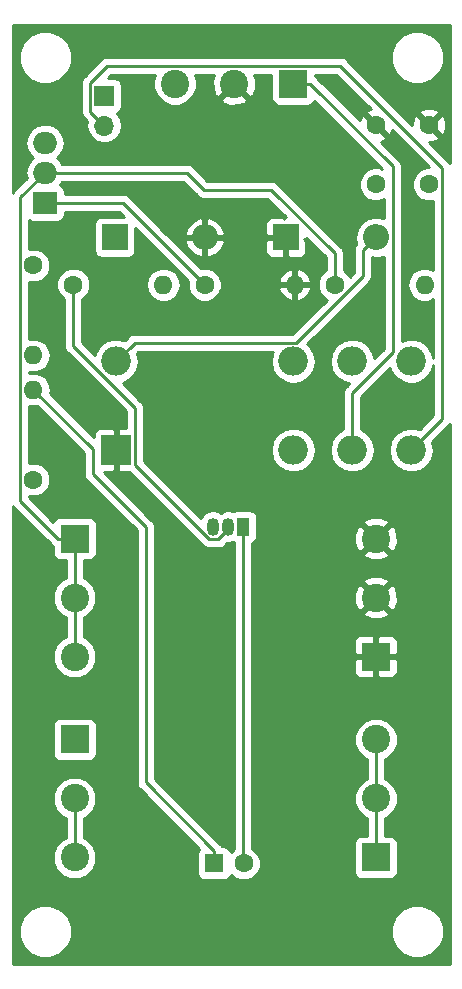
<source format=gbr>
G04 #@! TF.GenerationSoftware,KiCad,Pcbnew,(5.0.0)*
G04 #@! TF.CreationDate,2018-11-09T21:51:42+01:00*
G04 #@! TF.ProjectId,PSUCompanion,505355436F6D70616E696F6E2E6B6963,rev?*
G04 #@! TF.SameCoordinates,Original*
G04 #@! TF.FileFunction,Copper,L1,Top,Signal*
G04 #@! TF.FilePolarity,Positive*
%FSLAX46Y46*%
G04 Gerber Fmt 4.6, Leading zero omitted, Abs format (unit mm)*
G04 Created by KiCad (PCBNEW (5.0.0)) date 11/09/18 21:51:42*
%MOMM*%
%LPD*%
G01*
G04 APERTURE LIST*
G04 #@! TA.AperFunction,ComponentPad*
%ADD10C,1.600000*%
G04 #@! TD*
G04 #@! TA.AperFunction,ComponentPad*
%ADD11O,1.600000X1.600000*%
G04 #@! TD*
G04 #@! TA.AperFunction,ComponentPad*
%ADD12C,2.400000*%
G04 #@! TD*
G04 #@! TA.AperFunction,ComponentPad*
%ADD13R,2.400000X2.400000*%
G04 #@! TD*
G04 #@! TA.AperFunction,ComponentPad*
%ADD14R,2.000000X1.905000*%
G04 #@! TD*
G04 #@! TA.AperFunction,ComponentPad*
%ADD15O,2.000000X1.905000*%
G04 #@! TD*
G04 #@! TA.AperFunction,ComponentPad*
%ADD16R,2.500000X2.500000*%
G04 #@! TD*
G04 #@! TA.AperFunction,ComponentPad*
%ADD17O,2.500000X2.500000*%
G04 #@! TD*
G04 #@! TA.AperFunction,ComponentPad*
%ADD18R,1.600000X1.600000*%
G04 #@! TD*
G04 #@! TA.AperFunction,ComponentPad*
%ADD19O,1.050000X1.500000*%
G04 #@! TD*
G04 #@! TA.AperFunction,ComponentPad*
%ADD20R,1.050000X1.500000*%
G04 #@! TD*
G04 #@! TA.AperFunction,ComponentPad*
%ADD21R,2.200000X2.200000*%
G04 #@! TD*
G04 #@! TA.AperFunction,ComponentPad*
%ADD22O,2.200000X2.200000*%
G04 #@! TD*
G04 #@! TA.AperFunction,ComponentPad*
%ADD23R,1.700000X1.700000*%
G04 #@! TD*
G04 #@! TA.AperFunction,ComponentPad*
%ADD24O,1.700000X1.700000*%
G04 #@! TD*
G04 #@! TA.AperFunction,Conductor*
%ADD25C,0.250000*%
G04 #@! TD*
G04 #@! TA.AperFunction,Conductor*
%ADD26C,0.254000*%
G04 #@! TD*
G04 APERTURE END LIST*
D10*
G04 #@! TO.P,R3,1*
G04 #@! TO.N,Net-(Q1-Pad2)*
X23380000Y-40000000D03*
D11*
G04 #@! TO.P,R3,2*
G04 #@! TO.N,Net-(C3-Pad1)*
X31000000Y-40000000D03*
G04 #@! TD*
G04 #@! TO.P,R2,2*
G04 #@! TO.N,Net-(D1-Pad1)*
X20000000Y-46000000D03*
D10*
G04 #@! TO.P,R2,1*
G04 #@! TO.N,Net-(C3-Pad1)*
X20000000Y-38380000D03*
G04 #@! TD*
D12*
G04 #@! TO.P,J3,3*
G04 #@! TO.N,/+12_out*
X23500000Y-88500000D03*
G04 #@! TO.P,J3,2*
X23500000Y-83500000D03*
D13*
G04 #@! TO.P,J3,1*
X23500000Y-78500000D03*
G04 #@! TD*
D14*
G04 #@! TO.P,U1,1*
G04 #@! TO.N,Net-(R4-Pad1)*
X21000000Y-33080000D03*
D15*
G04 #@! TO.P,U1,2*
G04 #@! TO.N,/+5_out*
X21000000Y-30540000D03*
G04 #@! TO.P,U1,3*
G04 #@! TO.N,Net-(C1-Pad1)*
X21000000Y-28000000D03*
G04 #@! TD*
D12*
G04 #@! TO.P,J2,3*
G04 #@! TO.N,/+5_out*
X23500000Y-71500000D03*
G04 #@! TO.P,J2,2*
X23500000Y-66500000D03*
D13*
G04 #@! TO.P,J2,1*
X23500000Y-61500000D03*
G04 #@! TD*
D12*
G04 #@! TO.P,J4,3*
G04 #@! TO.N,/COM*
X49000000Y-61500000D03*
G04 #@! TO.P,J4,2*
X49000000Y-66500000D03*
D13*
G04 #@! TO.P,J4,1*
X49000000Y-71500000D03*
G04 #@! TD*
D12*
G04 #@! TO.P,J5,3*
G04 #@! TO.N,/-12_out*
X49000000Y-78500000D03*
G04 #@! TO.P,J5,2*
X49000000Y-83500000D03*
D13*
G04 #@! TO.P,J5,1*
X49000000Y-88500000D03*
G04 #@! TD*
D12*
G04 #@! TO.P,J1,3*
G04 #@! TO.N,/-12_in*
X32000000Y-23000000D03*
G04 #@! TO.P,J1,2*
G04 #@! TO.N,/COM*
X37000000Y-23000000D03*
D13*
G04 #@! TO.P,J1,1*
G04 #@! TO.N,/+12_in*
X42000000Y-23000000D03*
G04 #@! TD*
D16*
G04 #@! TO.P,RL1,1*
G04 #@! TO.N,/COM*
X27000000Y-54000000D03*
D17*
G04 #@! TO.P,RL1,2*
G04 #@! TO.N,N/C*
X42000000Y-54000000D03*
G04 #@! TO.P,RL1,3*
G04 #@! TO.N,/+12_in*
X47000000Y-54000000D03*
G04 #@! TO.P,RL1,4*
G04 #@! TO.N,/+12_out*
X52000000Y-54000000D03*
G04 #@! TO.P,RL1,5*
G04 #@! TO.N,/-12_out*
X52000000Y-46500000D03*
G04 #@! TO.P,RL1,6*
G04 #@! TO.N,/-12_in*
X47000000Y-46500000D03*
G04 #@! TO.P,RL1,7*
G04 #@! TO.N,N/C*
X42000000Y-46500000D03*
G04 #@! TO.P,RL1,8*
G04 #@! TO.N,Net-(D2-Pad2)*
X27000000Y-46500000D03*
G04 #@! TD*
D18*
G04 #@! TO.P,C3,1*
G04 #@! TO.N,Net-(C3-Pad1)*
X35300000Y-89000000D03*
D10*
G04 #@! TO.P,C3,2*
G04 #@! TO.N,/-12_in*
X37800000Y-89000000D03*
G04 #@! TD*
D19*
G04 #@! TO.P,Q1,2*
G04 #@! TO.N,Net-(Q1-Pad2)*
X36500000Y-60500000D03*
G04 #@! TO.P,Q1,3*
G04 #@! TO.N,Net-(D2-Pad2)*
X35230000Y-60500000D03*
D20*
G04 #@! TO.P,Q1,1*
G04 #@! TO.N,/-12_in*
X37770000Y-60500000D03*
G04 #@! TD*
D10*
G04 #@! TO.P,C1,1*
G04 #@! TO.N,Net-(C1-Pad1)*
X49000000Y-31500000D03*
G04 #@! TO.P,C1,2*
G04 #@! TO.N,/COM*
X49000000Y-26500000D03*
G04 #@! TD*
G04 #@! TO.P,C2,2*
G04 #@! TO.N,/COM*
X53500000Y-26500000D03*
G04 #@! TO.P,C2,1*
G04 #@! TO.N,/+5_out*
X53500000Y-31500000D03*
G04 #@! TD*
D21*
G04 #@! TO.P,D1,1*
G04 #@! TO.N,Net-(D1-Pad1)*
X26880000Y-36000000D03*
D22*
G04 #@! TO.P,D1,2*
G04 #@! TO.N,/COM*
X34500000Y-36000000D03*
G04 #@! TD*
G04 #@! TO.P,D2,2*
G04 #@! TO.N,Net-(D2-Pad2)*
X49000000Y-36000000D03*
D21*
G04 #@! TO.P,D2,1*
G04 #@! TO.N,/COM*
X41380000Y-36000000D03*
G04 #@! TD*
D11*
G04 #@! TO.P,R1,2*
G04 #@! TO.N,Net-(C3-Pad1)*
X20000000Y-48880000D03*
D10*
G04 #@! TO.P,R1,1*
G04 #@! TO.N,/-12_in*
X20000000Y-56500000D03*
G04 #@! TD*
G04 #@! TO.P,R4,1*
G04 #@! TO.N,Net-(R4-Pad1)*
X34500000Y-40000000D03*
D11*
G04 #@! TO.P,R4,2*
G04 #@! TO.N,/COM*
X42120000Y-40000000D03*
G04 #@! TD*
D10*
G04 #@! TO.P,R5,1*
G04 #@! TO.N,/+5_out*
X45500000Y-40000000D03*
D11*
G04 #@! TO.P,R5,2*
G04 #@! TO.N,Net-(R4-Pad1)*
X53120000Y-40000000D03*
G04 #@! TD*
D23*
G04 #@! TO.P,J6,1*
G04 #@! TO.N,Net-(C1-Pad1)*
X26000000Y-24000000D03*
D24*
G04 #@! TO.P,J6,2*
G04 #@! TO.N,/+12_out*
X26000000Y-26540000D03*
G04 #@! TD*
D25*
G04 #@! TO.N,/+12_in*
X47000000Y-49168998D02*
X47000000Y-54000000D01*
X50425001Y-45743997D02*
X47000000Y-49168998D01*
X50425001Y-29975001D02*
X50425001Y-45743997D01*
X43450000Y-23000000D02*
X50425001Y-29975001D01*
X42000000Y-23000000D02*
X43450000Y-23000000D01*
G04 #@! TO.N,/+5_out*
X23500000Y-71500000D02*
X23500000Y-66500000D01*
X23500000Y-66500000D02*
X23500000Y-61500000D01*
X40115013Y-31950011D02*
X45500000Y-37334998D01*
X45500000Y-37334998D02*
X45500000Y-40000000D01*
X33003590Y-30540000D02*
X34413600Y-31950011D01*
X21000000Y-30540000D02*
X33003590Y-30540000D01*
X34413600Y-31950011D02*
X40115013Y-31950011D01*
X20952500Y-30540000D02*
X21000000Y-30540000D01*
X18874999Y-32617501D02*
X20952500Y-30540000D01*
X18874999Y-58324999D02*
X18874999Y-32617501D01*
X22050000Y-61500000D02*
X18874999Y-58324999D01*
X23500000Y-61500000D02*
X22050000Y-61500000D01*
G04 #@! TO.N,Net-(C3-Pad1)*
X35300000Y-87950000D02*
X35300000Y-89000000D01*
X29500000Y-82150000D02*
X35300000Y-87950000D01*
X29500000Y-60500000D02*
X29500000Y-82150000D01*
X25025001Y-56025001D02*
X29500000Y-60500000D01*
X25025001Y-53905001D02*
X25025001Y-56025001D01*
X20000000Y-48880000D02*
X25025001Y-53905001D01*
G04 #@! TO.N,Net-(D2-Pad2)*
X28249999Y-45250001D02*
X27000000Y-46500000D01*
X28575001Y-44924999D02*
X28249999Y-45250001D01*
X42240003Y-44924999D02*
X28575001Y-44924999D01*
X47900001Y-39265001D02*
X42240003Y-44924999D01*
X47900001Y-37099999D02*
X47900001Y-39265001D01*
X49000000Y-36000000D02*
X47900001Y-37099999D01*
G04 #@! TO.N,/+12_out*
X23500000Y-88500000D02*
X23500000Y-83500000D01*
X24824999Y-25364999D02*
X25150001Y-25690001D01*
X52000000Y-54000000D02*
X54625001Y-51374999D01*
X25150001Y-25690001D02*
X26000000Y-26540000D01*
X54625001Y-51374999D02*
X54625001Y-30125001D01*
X54625001Y-30125001D02*
X45974999Y-21474999D01*
X45974999Y-21474999D02*
X26239999Y-21474999D01*
X26239999Y-21474999D02*
X24824999Y-22889999D01*
X24824999Y-22889999D02*
X24824999Y-25364999D01*
G04 #@! TO.N,Net-(Q1-Pad2)*
X23380000Y-45211002D02*
X23380000Y-41131370D01*
X28575001Y-50406003D02*
X23380000Y-45211002D01*
X23380000Y-41131370D02*
X23380000Y-40000000D01*
X28575001Y-55272096D02*
X28575001Y-50406003D01*
X34877915Y-61575010D02*
X28575001Y-55272096D01*
X35649990Y-61575010D02*
X34877915Y-61575010D01*
X36500000Y-60725000D02*
X35649990Y-61575010D01*
X36500000Y-60500000D02*
X36500000Y-60725000D01*
G04 #@! TO.N,Net-(R4-Pad1)*
X27580000Y-33080000D02*
X34500000Y-40000000D01*
X21000000Y-33080000D02*
X27580000Y-33080000D01*
G04 #@! TO.N,/-12_in*
X37770000Y-88970000D02*
X37800000Y-89000000D01*
X37770000Y-60500000D02*
X37770000Y-88970000D01*
G04 #@! TO.N,/-12_out*
X49000000Y-78500000D02*
X49000000Y-83500000D01*
X49000000Y-83500000D02*
X49000000Y-88500000D01*
G04 #@! TD*
D26*
G04 #@! TO.N,/COM*
G36*
X49665002Y-45429194D02*
X48867555Y-46226642D01*
X48775631Y-45764510D01*
X48359009Y-45140991D01*
X47735490Y-44724369D01*
X47185655Y-44615000D01*
X46814345Y-44615000D01*
X46264510Y-44724369D01*
X45640991Y-45140991D01*
X45224369Y-45764510D01*
X45078071Y-46500000D01*
X45224369Y-47235490D01*
X45640991Y-47859009D01*
X46264510Y-48275631D01*
X46726642Y-48367555D01*
X46515530Y-48578667D01*
X46452071Y-48621069D01*
X46284096Y-48872462D01*
X46240000Y-49094147D01*
X46240000Y-49094151D01*
X46225112Y-49168998D01*
X46240000Y-49243845D01*
X46240001Y-52240746D01*
X45640991Y-52640991D01*
X45224369Y-53264510D01*
X45078071Y-54000000D01*
X45224369Y-54735490D01*
X45640991Y-55359009D01*
X46264510Y-55775631D01*
X46814345Y-55885000D01*
X47185655Y-55885000D01*
X47735490Y-55775631D01*
X48359009Y-55359009D01*
X48775631Y-54735490D01*
X48921929Y-54000000D01*
X48775631Y-53264510D01*
X48359009Y-52640991D01*
X47760000Y-52240746D01*
X47760000Y-49483799D01*
X50188522Y-47055277D01*
X50224369Y-47235490D01*
X50640991Y-47859009D01*
X51264510Y-48275631D01*
X51814345Y-48385000D01*
X52185655Y-48385000D01*
X52735490Y-48275631D01*
X53359009Y-47859009D01*
X53775631Y-47235490D01*
X53865001Y-46786195D01*
X53865001Y-51060197D01*
X52706580Y-52218618D01*
X52185655Y-52115000D01*
X51814345Y-52115000D01*
X51264510Y-52224369D01*
X50640991Y-52640991D01*
X50224369Y-53264510D01*
X50078071Y-54000000D01*
X50224369Y-54735490D01*
X50640991Y-55359009D01*
X51264510Y-55775631D01*
X51814345Y-55885000D01*
X52185655Y-55885000D01*
X52735490Y-55775631D01*
X53359009Y-55359009D01*
X53775631Y-54735490D01*
X53921929Y-54000000D01*
X53781382Y-53293420D01*
X55109474Y-51965328D01*
X55172930Y-51922928D01*
X55265000Y-51785135D01*
X55265001Y-97515000D01*
X18235000Y-97515000D01*
X18235000Y-94305431D01*
X18765000Y-94305431D01*
X18765000Y-95194569D01*
X19105259Y-96016026D01*
X19733974Y-96644741D01*
X20555431Y-96985000D01*
X21444569Y-96985000D01*
X22266026Y-96644741D01*
X22894741Y-96016026D01*
X23235000Y-95194569D01*
X23235000Y-94305431D01*
X50265000Y-94305431D01*
X50265000Y-95194569D01*
X50605259Y-96016026D01*
X51233974Y-96644741D01*
X52055431Y-96985000D01*
X52944569Y-96985000D01*
X53766026Y-96644741D01*
X54394741Y-96016026D01*
X54735000Y-95194569D01*
X54735000Y-94305431D01*
X54394741Y-93483974D01*
X53766026Y-92855259D01*
X52944569Y-92515000D01*
X52055431Y-92515000D01*
X51233974Y-92855259D01*
X50605259Y-93483974D01*
X50265000Y-94305431D01*
X23235000Y-94305431D01*
X22894741Y-93483974D01*
X22266026Y-92855259D01*
X21444569Y-92515000D01*
X20555431Y-92515000D01*
X19733974Y-92855259D01*
X19105259Y-93483974D01*
X18765000Y-94305431D01*
X18235000Y-94305431D01*
X18235000Y-83134996D01*
X21665000Y-83134996D01*
X21665000Y-83865004D01*
X21944362Y-84539444D01*
X22460556Y-85055638D01*
X22740001Y-85171388D01*
X22740000Y-86828612D01*
X22460556Y-86944362D01*
X21944362Y-87460556D01*
X21665000Y-88134996D01*
X21665000Y-88865004D01*
X21944362Y-89539444D01*
X22460556Y-90055638D01*
X23134996Y-90335000D01*
X23865004Y-90335000D01*
X24539444Y-90055638D01*
X25055638Y-89539444D01*
X25335000Y-88865004D01*
X25335000Y-88134996D01*
X25055638Y-87460556D01*
X24539444Y-86944362D01*
X24260000Y-86828613D01*
X24260000Y-85171387D01*
X24539444Y-85055638D01*
X25055638Y-84539444D01*
X25335000Y-83865004D01*
X25335000Y-83134996D01*
X25055638Y-82460556D01*
X24539444Y-81944362D01*
X23865004Y-81665000D01*
X23134996Y-81665000D01*
X22460556Y-81944362D01*
X21944362Y-82460556D01*
X21665000Y-83134996D01*
X18235000Y-83134996D01*
X18235000Y-77300000D01*
X21652560Y-77300000D01*
X21652560Y-79700000D01*
X21701843Y-79947765D01*
X21842191Y-80157809D01*
X22052235Y-80298157D01*
X22300000Y-80347440D01*
X24700000Y-80347440D01*
X24947765Y-80298157D01*
X25157809Y-80157809D01*
X25298157Y-79947765D01*
X25347440Y-79700000D01*
X25347440Y-77300000D01*
X25298157Y-77052235D01*
X25157809Y-76842191D01*
X24947765Y-76701843D01*
X24700000Y-76652560D01*
X22300000Y-76652560D01*
X22052235Y-76701843D01*
X21842191Y-76842191D01*
X21701843Y-77052235D01*
X21652560Y-77300000D01*
X18235000Y-77300000D01*
X18235000Y-58735135D01*
X18327070Y-58872928D01*
X18390529Y-58915330D01*
X21459673Y-61984476D01*
X21502071Y-62047929D01*
X21565524Y-62090327D01*
X21565526Y-62090329D01*
X21614331Y-62122939D01*
X21652560Y-62148483D01*
X21652560Y-62700000D01*
X21701843Y-62947765D01*
X21842191Y-63157809D01*
X22052235Y-63298157D01*
X22300000Y-63347440D01*
X22740001Y-63347440D01*
X22740000Y-64828612D01*
X22460556Y-64944362D01*
X21944362Y-65460556D01*
X21665000Y-66134996D01*
X21665000Y-66865004D01*
X21944362Y-67539444D01*
X22460556Y-68055638D01*
X22740001Y-68171388D01*
X22740000Y-69828612D01*
X22460556Y-69944362D01*
X21944362Y-70460556D01*
X21665000Y-71134996D01*
X21665000Y-71865004D01*
X21944362Y-72539444D01*
X22460556Y-73055638D01*
X23134996Y-73335000D01*
X23865004Y-73335000D01*
X24539444Y-73055638D01*
X25055638Y-72539444D01*
X25335000Y-71865004D01*
X25335000Y-71134996D01*
X25055638Y-70460556D01*
X24539444Y-69944362D01*
X24260000Y-69828613D01*
X24260000Y-68171387D01*
X24539444Y-68055638D01*
X25055638Y-67539444D01*
X25335000Y-66865004D01*
X25335000Y-66134996D01*
X25055638Y-65460556D01*
X24539444Y-64944362D01*
X24260000Y-64828613D01*
X24260000Y-63347440D01*
X24700000Y-63347440D01*
X24947765Y-63298157D01*
X25157809Y-63157809D01*
X25298157Y-62947765D01*
X25347440Y-62700000D01*
X25347440Y-60300000D01*
X25298157Y-60052235D01*
X25157809Y-59842191D01*
X24947765Y-59701843D01*
X24700000Y-59652560D01*
X22300000Y-59652560D01*
X22052235Y-59701843D01*
X21842191Y-59842191D01*
X21701843Y-60052235D01*
X21697728Y-60072925D01*
X19634999Y-58010198D01*
X19634999Y-57902044D01*
X19714561Y-57935000D01*
X20285439Y-57935000D01*
X20812862Y-57716534D01*
X21216534Y-57312862D01*
X21435000Y-56785439D01*
X21435000Y-56214561D01*
X21216534Y-55687138D01*
X20812862Y-55283466D01*
X20285439Y-55065000D01*
X19714561Y-55065000D01*
X19634999Y-55097956D01*
X19634999Y-50270510D01*
X19858667Y-50315000D01*
X20141333Y-50315000D01*
X20323887Y-50278688D01*
X24265001Y-54219803D01*
X24265002Y-55950149D01*
X24250113Y-56025001D01*
X24265002Y-56099853D01*
X24309098Y-56321538D01*
X24477073Y-56572930D01*
X24540529Y-56615330D01*
X28740000Y-60814802D01*
X28740001Y-82075148D01*
X28725112Y-82150000D01*
X28740001Y-82224852D01*
X28784097Y-82446537D01*
X28952072Y-82697929D01*
X29015528Y-82740329D01*
X34032257Y-87757059D01*
X33901843Y-87952235D01*
X33852560Y-88200000D01*
X33852560Y-89800000D01*
X33901843Y-90047765D01*
X34042191Y-90257809D01*
X34252235Y-90398157D01*
X34500000Y-90447440D01*
X36100000Y-90447440D01*
X36347765Y-90398157D01*
X36557809Y-90257809D01*
X36698157Y-90047765D01*
X36718101Y-89947497D01*
X36987138Y-90216534D01*
X37514561Y-90435000D01*
X38085439Y-90435000D01*
X38612862Y-90216534D01*
X39016534Y-89812862D01*
X39235000Y-89285439D01*
X39235000Y-88714561D01*
X39016534Y-88187138D01*
X38612862Y-87783466D01*
X38530000Y-87749143D01*
X38530000Y-87300000D01*
X47152560Y-87300000D01*
X47152560Y-89700000D01*
X47201843Y-89947765D01*
X47342191Y-90157809D01*
X47552235Y-90298157D01*
X47800000Y-90347440D01*
X50200000Y-90347440D01*
X50447765Y-90298157D01*
X50657809Y-90157809D01*
X50798157Y-89947765D01*
X50847440Y-89700000D01*
X50847440Y-87300000D01*
X50798157Y-87052235D01*
X50657809Y-86842191D01*
X50447765Y-86701843D01*
X50200000Y-86652560D01*
X49760000Y-86652560D01*
X49760000Y-85171387D01*
X50039444Y-85055638D01*
X50555638Y-84539444D01*
X50835000Y-83865004D01*
X50835000Y-83134996D01*
X50555638Y-82460556D01*
X50039444Y-81944362D01*
X49760000Y-81828613D01*
X49760000Y-80171387D01*
X50039444Y-80055638D01*
X50555638Y-79539444D01*
X50835000Y-78865004D01*
X50835000Y-78134996D01*
X50555638Y-77460556D01*
X50039444Y-76944362D01*
X49365004Y-76665000D01*
X48634996Y-76665000D01*
X47960556Y-76944362D01*
X47444362Y-77460556D01*
X47165000Y-78134996D01*
X47165000Y-78865004D01*
X47444362Y-79539444D01*
X47960556Y-80055638D01*
X48240000Y-80171388D01*
X48240001Y-81828612D01*
X47960556Y-81944362D01*
X47444362Y-82460556D01*
X47165000Y-83134996D01*
X47165000Y-83865004D01*
X47444362Y-84539444D01*
X47960556Y-85055638D01*
X48240000Y-85171388D01*
X48240001Y-86652560D01*
X47800000Y-86652560D01*
X47552235Y-86701843D01*
X47342191Y-86842191D01*
X47201843Y-87052235D01*
X47152560Y-87300000D01*
X38530000Y-87300000D01*
X38530000Y-71785750D01*
X47165000Y-71785750D01*
X47165000Y-72826309D01*
X47261673Y-73059698D01*
X47440301Y-73238327D01*
X47673690Y-73335000D01*
X48714250Y-73335000D01*
X48873000Y-73176250D01*
X48873000Y-71627000D01*
X49127000Y-71627000D01*
X49127000Y-73176250D01*
X49285750Y-73335000D01*
X50326310Y-73335000D01*
X50559699Y-73238327D01*
X50738327Y-73059698D01*
X50835000Y-72826309D01*
X50835000Y-71785750D01*
X50676250Y-71627000D01*
X49127000Y-71627000D01*
X48873000Y-71627000D01*
X47323750Y-71627000D01*
X47165000Y-71785750D01*
X38530000Y-71785750D01*
X38530000Y-70173691D01*
X47165000Y-70173691D01*
X47165000Y-71214250D01*
X47323750Y-71373000D01*
X48873000Y-71373000D01*
X48873000Y-69823750D01*
X49127000Y-69823750D01*
X49127000Y-71373000D01*
X50676250Y-71373000D01*
X50835000Y-71214250D01*
X50835000Y-70173691D01*
X50738327Y-69940302D01*
X50559699Y-69761673D01*
X50326310Y-69665000D01*
X49285750Y-69665000D01*
X49127000Y-69823750D01*
X48873000Y-69823750D01*
X48714250Y-69665000D01*
X47673690Y-69665000D01*
X47440301Y-69761673D01*
X47261673Y-69940302D01*
X47165000Y-70173691D01*
X38530000Y-70173691D01*
X38530000Y-67797175D01*
X47882430Y-67797175D01*
X48005565Y-68084788D01*
X48687734Y-68344707D01*
X49417443Y-68323786D01*
X49994435Y-68084788D01*
X50117570Y-67797175D01*
X49000000Y-66679605D01*
X47882430Y-67797175D01*
X38530000Y-67797175D01*
X38530000Y-66187734D01*
X47155293Y-66187734D01*
X47176214Y-66917443D01*
X47415212Y-67494435D01*
X47702825Y-67617570D01*
X48820395Y-66500000D01*
X49179605Y-66500000D01*
X50297175Y-67617570D01*
X50584788Y-67494435D01*
X50844707Y-66812266D01*
X50823786Y-66082557D01*
X50584788Y-65505565D01*
X50297175Y-65382430D01*
X49179605Y-66500000D01*
X48820395Y-66500000D01*
X47702825Y-65382430D01*
X47415212Y-65505565D01*
X47155293Y-66187734D01*
X38530000Y-66187734D01*
X38530000Y-65202825D01*
X47882430Y-65202825D01*
X49000000Y-66320395D01*
X50117570Y-65202825D01*
X49994435Y-64915212D01*
X49312266Y-64655293D01*
X48582557Y-64676214D01*
X48005565Y-64915212D01*
X47882430Y-65202825D01*
X38530000Y-65202825D01*
X38530000Y-62797175D01*
X47882430Y-62797175D01*
X48005565Y-63084788D01*
X48687734Y-63344707D01*
X49417443Y-63323786D01*
X49994435Y-63084788D01*
X50117570Y-62797175D01*
X49000000Y-61679605D01*
X47882430Y-62797175D01*
X38530000Y-62797175D01*
X38530000Y-61850696D01*
X38542765Y-61848157D01*
X38752809Y-61707809D01*
X38893157Y-61497765D01*
X38942440Y-61250000D01*
X38942440Y-61187734D01*
X47155293Y-61187734D01*
X47176214Y-61917443D01*
X47415212Y-62494435D01*
X47702825Y-62617570D01*
X48820395Y-61500000D01*
X49179605Y-61500000D01*
X50297175Y-62617570D01*
X50584788Y-62494435D01*
X50844707Y-61812266D01*
X50823786Y-61082557D01*
X50584788Y-60505565D01*
X50297175Y-60382430D01*
X49179605Y-61500000D01*
X48820395Y-61500000D01*
X47702825Y-60382430D01*
X47415212Y-60505565D01*
X47155293Y-61187734D01*
X38942440Y-61187734D01*
X38942440Y-60202825D01*
X47882430Y-60202825D01*
X49000000Y-61320395D01*
X50117570Y-60202825D01*
X49994435Y-59915212D01*
X49312266Y-59655293D01*
X48582557Y-59676214D01*
X48005565Y-59915212D01*
X47882430Y-60202825D01*
X38942440Y-60202825D01*
X38942440Y-59750000D01*
X38893157Y-59502235D01*
X38752809Y-59292191D01*
X38542765Y-59151843D01*
X38295000Y-59102560D01*
X37245000Y-59102560D01*
X36997235Y-59151843D01*
X36951867Y-59182157D01*
X36500000Y-59092275D01*
X36047392Y-59182305D01*
X35865001Y-59304175D01*
X35682609Y-59182305D01*
X35230000Y-59092275D01*
X34777392Y-59182305D01*
X34393688Y-59438687D01*
X34162457Y-59784749D01*
X29335001Y-54957295D01*
X29335001Y-54000000D01*
X40078071Y-54000000D01*
X40224369Y-54735490D01*
X40640991Y-55359009D01*
X41264510Y-55775631D01*
X41814345Y-55885000D01*
X42185655Y-55885000D01*
X42735490Y-55775631D01*
X43359009Y-55359009D01*
X43775631Y-54735490D01*
X43921929Y-54000000D01*
X43775631Y-53264510D01*
X43359009Y-52640991D01*
X42735490Y-52224369D01*
X42185655Y-52115000D01*
X41814345Y-52115000D01*
X41264510Y-52224369D01*
X40640991Y-52640991D01*
X40224369Y-53264510D01*
X40078071Y-54000000D01*
X29335001Y-54000000D01*
X29335001Y-50480850D01*
X29349889Y-50406003D01*
X29335001Y-50331156D01*
X29335001Y-50331151D01*
X29290905Y-50109466D01*
X29122930Y-49858074D01*
X29059474Y-49815674D01*
X27555277Y-48311478D01*
X27735490Y-48275631D01*
X28359009Y-47859009D01*
X28775631Y-47235490D01*
X28921929Y-46500000D01*
X28781382Y-45793420D01*
X28840328Y-45734474D01*
X28840330Y-45734471D01*
X28889802Y-45684999D01*
X40277497Y-45684999D01*
X40224369Y-45764510D01*
X40078071Y-46500000D01*
X40224369Y-47235490D01*
X40640991Y-47859009D01*
X41264510Y-48275631D01*
X41814345Y-48385000D01*
X42185655Y-48385000D01*
X42735490Y-48275631D01*
X43359009Y-47859009D01*
X43775631Y-47235490D01*
X43921929Y-46500000D01*
X43775631Y-45764510D01*
X43359009Y-45140991D01*
X43203032Y-45036771D01*
X48384474Y-39855330D01*
X48447930Y-39812930D01*
X48615905Y-39561538D01*
X48660001Y-39339853D01*
X48660001Y-39339848D01*
X48674889Y-39265001D01*
X48660001Y-39190154D01*
X48660001Y-37701360D01*
X48829120Y-37735000D01*
X49170880Y-37735000D01*
X49665001Y-37636713D01*
X49665002Y-45429194D01*
X49665002Y-45429194D01*
G37*
X49665002Y-45429194D02*
X48867555Y-46226642D01*
X48775631Y-45764510D01*
X48359009Y-45140991D01*
X47735490Y-44724369D01*
X47185655Y-44615000D01*
X46814345Y-44615000D01*
X46264510Y-44724369D01*
X45640991Y-45140991D01*
X45224369Y-45764510D01*
X45078071Y-46500000D01*
X45224369Y-47235490D01*
X45640991Y-47859009D01*
X46264510Y-48275631D01*
X46726642Y-48367555D01*
X46515530Y-48578667D01*
X46452071Y-48621069D01*
X46284096Y-48872462D01*
X46240000Y-49094147D01*
X46240000Y-49094151D01*
X46225112Y-49168998D01*
X46240000Y-49243845D01*
X46240001Y-52240746D01*
X45640991Y-52640991D01*
X45224369Y-53264510D01*
X45078071Y-54000000D01*
X45224369Y-54735490D01*
X45640991Y-55359009D01*
X46264510Y-55775631D01*
X46814345Y-55885000D01*
X47185655Y-55885000D01*
X47735490Y-55775631D01*
X48359009Y-55359009D01*
X48775631Y-54735490D01*
X48921929Y-54000000D01*
X48775631Y-53264510D01*
X48359009Y-52640991D01*
X47760000Y-52240746D01*
X47760000Y-49483799D01*
X50188522Y-47055277D01*
X50224369Y-47235490D01*
X50640991Y-47859009D01*
X51264510Y-48275631D01*
X51814345Y-48385000D01*
X52185655Y-48385000D01*
X52735490Y-48275631D01*
X53359009Y-47859009D01*
X53775631Y-47235490D01*
X53865001Y-46786195D01*
X53865001Y-51060197D01*
X52706580Y-52218618D01*
X52185655Y-52115000D01*
X51814345Y-52115000D01*
X51264510Y-52224369D01*
X50640991Y-52640991D01*
X50224369Y-53264510D01*
X50078071Y-54000000D01*
X50224369Y-54735490D01*
X50640991Y-55359009D01*
X51264510Y-55775631D01*
X51814345Y-55885000D01*
X52185655Y-55885000D01*
X52735490Y-55775631D01*
X53359009Y-55359009D01*
X53775631Y-54735490D01*
X53921929Y-54000000D01*
X53781382Y-53293420D01*
X55109474Y-51965328D01*
X55172930Y-51922928D01*
X55265000Y-51785135D01*
X55265001Y-97515000D01*
X18235000Y-97515000D01*
X18235000Y-94305431D01*
X18765000Y-94305431D01*
X18765000Y-95194569D01*
X19105259Y-96016026D01*
X19733974Y-96644741D01*
X20555431Y-96985000D01*
X21444569Y-96985000D01*
X22266026Y-96644741D01*
X22894741Y-96016026D01*
X23235000Y-95194569D01*
X23235000Y-94305431D01*
X50265000Y-94305431D01*
X50265000Y-95194569D01*
X50605259Y-96016026D01*
X51233974Y-96644741D01*
X52055431Y-96985000D01*
X52944569Y-96985000D01*
X53766026Y-96644741D01*
X54394741Y-96016026D01*
X54735000Y-95194569D01*
X54735000Y-94305431D01*
X54394741Y-93483974D01*
X53766026Y-92855259D01*
X52944569Y-92515000D01*
X52055431Y-92515000D01*
X51233974Y-92855259D01*
X50605259Y-93483974D01*
X50265000Y-94305431D01*
X23235000Y-94305431D01*
X22894741Y-93483974D01*
X22266026Y-92855259D01*
X21444569Y-92515000D01*
X20555431Y-92515000D01*
X19733974Y-92855259D01*
X19105259Y-93483974D01*
X18765000Y-94305431D01*
X18235000Y-94305431D01*
X18235000Y-83134996D01*
X21665000Y-83134996D01*
X21665000Y-83865004D01*
X21944362Y-84539444D01*
X22460556Y-85055638D01*
X22740001Y-85171388D01*
X22740000Y-86828612D01*
X22460556Y-86944362D01*
X21944362Y-87460556D01*
X21665000Y-88134996D01*
X21665000Y-88865004D01*
X21944362Y-89539444D01*
X22460556Y-90055638D01*
X23134996Y-90335000D01*
X23865004Y-90335000D01*
X24539444Y-90055638D01*
X25055638Y-89539444D01*
X25335000Y-88865004D01*
X25335000Y-88134996D01*
X25055638Y-87460556D01*
X24539444Y-86944362D01*
X24260000Y-86828613D01*
X24260000Y-85171387D01*
X24539444Y-85055638D01*
X25055638Y-84539444D01*
X25335000Y-83865004D01*
X25335000Y-83134996D01*
X25055638Y-82460556D01*
X24539444Y-81944362D01*
X23865004Y-81665000D01*
X23134996Y-81665000D01*
X22460556Y-81944362D01*
X21944362Y-82460556D01*
X21665000Y-83134996D01*
X18235000Y-83134996D01*
X18235000Y-77300000D01*
X21652560Y-77300000D01*
X21652560Y-79700000D01*
X21701843Y-79947765D01*
X21842191Y-80157809D01*
X22052235Y-80298157D01*
X22300000Y-80347440D01*
X24700000Y-80347440D01*
X24947765Y-80298157D01*
X25157809Y-80157809D01*
X25298157Y-79947765D01*
X25347440Y-79700000D01*
X25347440Y-77300000D01*
X25298157Y-77052235D01*
X25157809Y-76842191D01*
X24947765Y-76701843D01*
X24700000Y-76652560D01*
X22300000Y-76652560D01*
X22052235Y-76701843D01*
X21842191Y-76842191D01*
X21701843Y-77052235D01*
X21652560Y-77300000D01*
X18235000Y-77300000D01*
X18235000Y-58735135D01*
X18327070Y-58872928D01*
X18390529Y-58915330D01*
X21459673Y-61984476D01*
X21502071Y-62047929D01*
X21565524Y-62090327D01*
X21565526Y-62090329D01*
X21614331Y-62122939D01*
X21652560Y-62148483D01*
X21652560Y-62700000D01*
X21701843Y-62947765D01*
X21842191Y-63157809D01*
X22052235Y-63298157D01*
X22300000Y-63347440D01*
X22740001Y-63347440D01*
X22740000Y-64828612D01*
X22460556Y-64944362D01*
X21944362Y-65460556D01*
X21665000Y-66134996D01*
X21665000Y-66865004D01*
X21944362Y-67539444D01*
X22460556Y-68055638D01*
X22740001Y-68171388D01*
X22740000Y-69828612D01*
X22460556Y-69944362D01*
X21944362Y-70460556D01*
X21665000Y-71134996D01*
X21665000Y-71865004D01*
X21944362Y-72539444D01*
X22460556Y-73055638D01*
X23134996Y-73335000D01*
X23865004Y-73335000D01*
X24539444Y-73055638D01*
X25055638Y-72539444D01*
X25335000Y-71865004D01*
X25335000Y-71134996D01*
X25055638Y-70460556D01*
X24539444Y-69944362D01*
X24260000Y-69828613D01*
X24260000Y-68171387D01*
X24539444Y-68055638D01*
X25055638Y-67539444D01*
X25335000Y-66865004D01*
X25335000Y-66134996D01*
X25055638Y-65460556D01*
X24539444Y-64944362D01*
X24260000Y-64828613D01*
X24260000Y-63347440D01*
X24700000Y-63347440D01*
X24947765Y-63298157D01*
X25157809Y-63157809D01*
X25298157Y-62947765D01*
X25347440Y-62700000D01*
X25347440Y-60300000D01*
X25298157Y-60052235D01*
X25157809Y-59842191D01*
X24947765Y-59701843D01*
X24700000Y-59652560D01*
X22300000Y-59652560D01*
X22052235Y-59701843D01*
X21842191Y-59842191D01*
X21701843Y-60052235D01*
X21697728Y-60072925D01*
X19634999Y-58010198D01*
X19634999Y-57902044D01*
X19714561Y-57935000D01*
X20285439Y-57935000D01*
X20812862Y-57716534D01*
X21216534Y-57312862D01*
X21435000Y-56785439D01*
X21435000Y-56214561D01*
X21216534Y-55687138D01*
X20812862Y-55283466D01*
X20285439Y-55065000D01*
X19714561Y-55065000D01*
X19634999Y-55097956D01*
X19634999Y-50270510D01*
X19858667Y-50315000D01*
X20141333Y-50315000D01*
X20323887Y-50278688D01*
X24265001Y-54219803D01*
X24265002Y-55950149D01*
X24250113Y-56025001D01*
X24265002Y-56099853D01*
X24309098Y-56321538D01*
X24477073Y-56572930D01*
X24540529Y-56615330D01*
X28740000Y-60814802D01*
X28740001Y-82075148D01*
X28725112Y-82150000D01*
X28740001Y-82224852D01*
X28784097Y-82446537D01*
X28952072Y-82697929D01*
X29015528Y-82740329D01*
X34032257Y-87757059D01*
X33901843Y-87952235D01*
X33852560Y-88200000D01*
X33852560Y-89800000D01*
X33901843Y-90047765D01*
X34042191Y-90257809D01*
X34252235Y-90398157D01*
X34500000Y-90447440D01*
X36100000Y-90447440D01*
X36347765Y-90398157D01*
X36557809Y-90257809D01*
X36698157Y-90047765D01*
X36718101Y-89947497D01*
X36987138Y-90216534D01*
X37514561Y-90435000D01*
X38085439Y-90435000D01*
X38612862Y-90216534D01*
X39016534Y-89812862D01*
X39235000Y-89285439D01*
X39235000Y-88714561D01*
X39016534Y-88187138D01*
X38612862Y-87783466D01*
X38530000Y-87749143D01*
X38530000Y-87300000D01*
X47152560Y-87300000D01*
X47152560Y-89700000D01*
X47201843Y-89947765D01*
X47342191Y-90157809D01*
X47552235Y-90298157D01*
X47800000Y-90347440D01*
X50200000Y-90347440D01*
X50447765Y-90298157D01*
X50657809Y-90157809D01*
X50798157Y-89947765D01*
X50847440Y-89700000D01*
X50847440Y-87300000D01*
X50798157Y-87052235D01*
X50657809Y-86842191D01*
X50447765Y-86701843D01*
X50200000Y-86652560D01*
X49760000Y-86652560D01*
X49760000Y-85171387D01*
X50039444Y-85055638D01*
X50555638Y-84539444D01*
X50835000Y-83865004D01*
X50835000Y-83134996D01*
X50555638Y-82460556D01*
X50039444Y-81944362D01*
X49760000Y-81828613D01*
X49760000Y-80171387D01*
X50039444Y-80055638D01*
X50555638Y-79539444D01*
X50835000Y-78865004D01*
X50835000Y-78134996D01*
X50555638Y-77460556D01*
X50039444Y-76944362D01*
X49365004Y-76665000D01*
X48634996Y-76665000D01*
X47960556Y-76944362D01*
X47444362Y-77460556D01*
X47165000Y-78134996D01*
X47165000Y-78865004D01*
X47444362Y-79539444D01*
X47960556Y-80055638D01*
X48240000Y-80171388D01*
X48240001Y-81828612D01*
X47960556Y-81944362D01*
X47444362Y-82460556D01*
X47165000Y-83134996D01*
X47165000Y-83865004D01*
X47444362Y-84539444D01*
X47960556Y-85055638D01*
X48240000Y-85171388D01*
X48240001Y-86652560D01*
X47800000Y-86652560D01*
X47552235Y-86701843D01*
X47342191Y-86842191D01*
X47201843Y-87052235D01*
X47152560Y-87300000D01*
X38530000Y-87300000D01*
X38530000Y-71785750D01*
X47165000Y-71785750D01*
X47165000Y-72826309D01*
X47261673Y-73059698D01*
X47440301Y-73238327D01*
X47673690Y-73335000D01*
X48714250Y-73335000D01*
X48873000Y-73176250D01*
X48873000Y-71627000D01*
X49127000Y-71627000D01*
X49127000Y-73176250D01*
X49285750Y-73335000D01*
X50326310Y-73335000D01*
X50559699Y-73238327D01*
X50738327Y-73059698D01*
X50835000Y-72826309D01*
X50835000Y-71785750D01*
X50676250Y-71627000D01*
X49127000Y-71627000D01*
X48873000Y-71627000D01*
X47323750Y-71627000D01*
X47165000Y-71785750D01*
X38530000Y-71785750D01*
X38530000Y-70173691D01*
X47165000Y-70173691D01*
X47165000Y-71214250D01*
X47323750Y-71373000D01*
X48873000Y-71373000D01*
X48873000Y-69823750D01*
X49127000Y-69823750D01*
X49127000Y-71373000D01*
X50676250Y-71373000D01*
X50835000Y-71214250D01*
X50835000Y-70173691D01*
X50738327Y-69940302D01*
X50559699Y-69761673D01*
X50326310Y-69665000D01*
X49285750Y-69665000D01*
X49127000Y-69823750D01*
X48873000Y-69823750D01*
X48714250Y-69665000D01*
X47673690Y-69665000D01*
X47440301Y-69761673D01*
X47261673Y-69940302D01*
X47165000Y-70173691D01*
X38530000Y-70173691D01*
X38530000Y-67797175D01*
X47882430Y-67797175D01*
X48005565Y-68084788D01*
X48687734Y-68344707D01*
X49417443Y-68323786D01*
X49994435Y-68084788D01*
X50117570Y-67797175D01*
X49000000Y-66679605D01*
X47882430Y-67797175D01*
X38530000Y-67797175D01*
X38530000Y-66187734D01*
X47155293Y-66187734D01*
X47176214Y-66917443D01*
X47415212Y-67494435D01*
X47702825Y-67617570D01*
X48820395Y-66500000D01*
X49179605Y-66500000D01*
X50297175Y-67617570D01*
X50584788Y-67494435D01*
X50844707Y-66812266D01*
X50823786Y-66082557D01*
X50584788Y-65505565D01*
X50297175Y-65382430D01*
X49179605Y-66500000D01*
X48820395Y-66500000D01*
X47702825Y-65382430D01*
X47415212Y-65505565D01*
X47155293Y-66187734D01*
X38530000Y-66187734D01*
X38530000Y-65202825D01*
X47882430Y-65202825D01*
X49000000Y-66320395D01*
X50117570Y-65202825D01*
X49994435Y-64915212D01*
X49312266Y-64655293D01*
X48582557Y-64676214D01*
X48005565Y-64915212D01*
X47882430Y-65202825D01*
X38530000Y-65202825D01*
X38530000Y-62797175D01*
X47882430Y-62797175D01*
X48005565Y-63084788D01*
X48687734Y-63344707D01*
X49417443Y-63323786D01*
X49994435Y-63084788D01*
X50117570Y-62797175D01*
X49000000Y-61679605D01*
X47882430Y-62797175D01*
X38530000Y-62797175D01*
X38530000Y-61850696D01*
X38542765Y-61848157D01*
X38752809Y-61707809D01*
X38893157Y-61497765D01*
X38942440Y-61250000D01*
X38942440Y-61187734D01*
X47155293Y-61187734D01*
X47176214Y-61917443D01*
X47415212Y-62494435D01*
X47702825Y-62617570D01*
X48820395Y-61500000D01*
X49179605Y-61500000D01*
X50297175Y-62617570D01*
X50584788Y-62494435D01*
X50844707Y-61812266D01*
X50823786Y-61082557D01*
X50584788Y-60505565D01*
X50297175Y-60382430D01*
X49179605Y-61500000D01*
X48820395Y-61500000D01*
X47702825Y-60382430D01*
X47415212Y-60505565D01*
X47155293Y-61187734D01*
X38942440Y-61187734D01*
X38942440Y-60202825D01*
X47882430Y-60202825D01*
X49000000Y-61320395D01*
X50117570Y-60202825D01*
X49994435Y-59915212D01*
X49312266Y-59655293D01*
X48582557Y-59676214D01*
X48005565Y-59915212D01*
X47882430Y-60202825D01*
X38942440Y-60202825D01*
X38942440Y-59750000D01*
X38893157Y-59502235D01*
X38752809Y-59292191D01*
X38542765Y-59151843D01*
X38295000Y-59102560D01*
X37245000Y-59102560D01*
X36997235Y-59151843D01*
X36951867Y-59182157D01*
X36500000Y-59092275D01*
X36047392Y-59182305D01*
X35865001Y-59304175D01*
X35682609Y-59182305D01*
X35230000Y-59092275D01*
X34777392Y-59182305D01*
X34393688Y-59438687D01*
X34162457Y-59784749D01*
X29335001Y-54957295D01*
X29335001Y-54000000D01*
X40078071Y-54000000D01*
X40224369Y-54735490D01*
X40640991Y-55359009D01*
X41264510Y-55775631D01*
X41814345Y-55885000D01*
X42185655Y-55885000D01*
X42735490Y-55775631D01*
X43359009Y-55359009D01*
X43775631Y-54735490D01*
X43921929Y-54000000D01*
X43775631Y-53264510D01*
X43359009Y-52640991D01*
X42735490Y-52224369D01*
X42185655Y-52115000D01*
X41814345Y-52115000D01*
X41264510Y-52224369D01*
X40640991Y-52640991D01*
X40224369Y-53264510D01*
X40078071Y-54000000D01*
X29335001Y-54000000D01*
X29335001Y-50480850D01*
X29349889Y-50406003D01*
X29335001Y-50331156D01*
X29335001Y-50331151D01*
X29290905Y-50109466D01*
X29122930Y-49858074D01*
X29059474Y-49815674D01*
X27555277Y-48311478D01*
X27735490Y-48275631D01*
X28359009Y-47859009D01*
X28775631Y-47235490D01*
X28921929Y-46500000D01*
X28781382Y-45793420D01*
X28840328Y-45734474D01*
X28840330Y-45734471D01*
X28889802Y-45684999D01*
X40277497Y-45684999D01*
X40224369Y-45764510D01*
X40078071Y-46500000D01*
X40224369Y-47235490D01*
X40640991Y-47859009D01*
X41264510Y-48275631D01*
X41814345Y-48385000D01*
X42185655Y-48385000D01*
X42735490Y-48275631D01*
X43359009Y-47859009D01*
X43775631Y-47235490D01*
X43921929Y-46500000D01*
X43775631Y-45764510D01*
X43359009Y-45140991D01*
X43203032Y-45036771D01*
X48384474Y-39855330D01*
X48447930Y-39812930D01*
X48615905Y-39561538D01*
X48660001Y-39339853D01*
X48660001Y-39339848D01*
X48674889Y-39265001D01*
X48660001Y-39190154D01*
X48660001Y-37701360D01*
X48829120Y-37735000D01*
X49170880Y-37735000D01*
X49665001Y-37636713D01*
X49665002Y-45429194D01*
G36*
X33823270Y-32434483D02*
X33865671Y-32497940D01*
X34117063Y-32665915D01*
X34338748Y-32710011D01*
X34338752Y-32710011D01*
X34413599Y-32724899D01*
X34488447Y-32710011D01*
X39800212Y-32710011D01*
X41355200Y-34265000D01*
X41252998Y-34265000D01*
X41252998Y-34423748D01*
X41094250Y-34265000D01*
X40153691Y-34265000D01*
X39920302Y-34361673D01*
X39741673Y-34540301D01*
X39645000Y-34773690D01*
X39645000Y-35714250D01*
X39803750Y-35873000D01*
X41253000Y-35873000D01*
X41253000Y-35853000D01*
X41507000Y-35853000D01*
X41507000Y-35873000D01*
X41527000Y-35873000D01*
X41527000Y-36127000D01*
X41507000Y-36127000D01*
X41507000Y-37576250D01*
X41665750Y-37735000D01*
X42606309Y-37735000D01*
X42839698Y-37638327D01*
X43018327Y-37459699D01*
X43115000Y-37226310D01*
X43115000Y-36285750D01*
X42956252Y-36127002D01*
X43115000Y-36127002D01*
X43115000Y-36024800D01*
X44740000Y-37649800D01*
X44740001Y-38761570D01*
X44687138Y-38783466D01*
X44283466Y-39187138D01*
X44065000Y-39714561D01*
X44065000Y-40285439D01*
X44283466Y-40812862D01*
X44687138Y-41216534D01*
X44819033Y-41271167D01*
X41925202Y-44164999D01*
X28649847Y-44164999D01*
X28575000Y-44150111D01*
X28500153Y-44164999D01*
X28500149Y-44164999D01*
X28278464Y-44209095D01*
X28027072Y-44377070D01*
X27984670Y-44440529D01*
X27765529Y-44659670D01*
X27765526Y-44659672D01*
X27706580Y-44718618D01*
X27185655Y-44615000D01*
X26814345Y-44615000D01*
X26264510Y-44724369D01*
X25640991Y-45140991D01*
X25224369Y-45764510D01*
X25188522Y-45944723D01*
X24140000Y-44896201D01*
X24140000Y-41238430D01*
X24192862Y-41216534D01*
X24596534Y-40812862D01*
X24815000Y-40285439D01*
X24815000Y-40000000D01*
X29536887Y-40000000D01*
X29648260Y-40559909D01*
X29965423Y-41034577D01*
X30440091Y-41351740D01*
X30858667Y-41435000D01*
X31141333Y-41435000D01*
X31559909Y-41351740D01*
X32034577Y-41034577D01*
X32351740Y-40559909D01*
X32463113Y-40000000D01*
X32351740Y-39440091D01*
X32034577Y-38965423D01*
X31559909Y-38648260D01*
X31141333Y-38565000D01*
X30858667Y-38565000D01*
X30440091Y-38648260D01*
X29965423Y-38965423D01*
X29648260Y-39440091D01*
X29536887Y-40000000D01*
X24815000Y-40000000D01*
X24815000Y-39714561D01*
X24596534Y-39187138D01*
X24192862Y-38783466D01*
X23665439Y-38565000D01*
X23094561Y-38565000D01*
X22567138Y-38783466D01*
X22163466Y-39187138D01*
X21945000Y-39714561D01*
X21945000Y-40285439D01*
X22163466Y-40812862D01*
X22567138Y-41216534D01*
X22620001Y-41238431D01*
X22620000Y-45136155D01*
X22605112Y-45211002D01*
X22620000Y-45285849D01*
X22620000Y-45285853D01*
X22664096Y-45507538D01*
X22832071Y-45758931D01*
X22895530Y-45801333D01*
X27815002Y-50720806D01*
X27815002Y-52115000D01*
X27285750Y-52115000D01*
X27127000Y-52273750D01*
X27127000Y-53873000D01*
X27147000Y-53873000D01*
X27147000Y-54127000D01*
X27127000Y-54127000D01*
X27127000Y-55726250D01*
X27285750Y-55885000D01*
X28113104Y-55885000D01*
X34287588Y-62059486D01*
X34329986Y-62122939D01*
X34393439Y-62165337D01*
X34393441Y-62165339D01*
X34518817Y-62249112D01*
X34581378Y-62290914D01*
X34803063Y-62335010D01*
X34803067Y-62335010D01*
X34877914Y-62349898D01*
X34952761Y-62335010D01*
X35575143Y-62335010D01*
X35649990Y-62349898D01*
X35724837Y-62335010D01*
X35724842Y-62335010D01*
X35946527Y-62290914D01*
X36197919Y-62122939D01*
X36240321Y-62059480D01*
X36409982Y-61889819D01*
X36500000Y-61907725D01*
X36951866Y-61817842D01*
X36997235Y-61848157D01*
X37010000Y-61850696D01*
X37010001Y-87773996D01*
X36987138Y-87783466D01*
X36718101Y-88052503D01*
X36698157Y-87952235D01*
X36557809Y-87742191D01*
X36347765Y-87601843D01*
X36100000Y-87552560D01*
X35948483Y-87552560D01*
X35890329Y-87465527D01*
X35847929Y-87402071D01*
X35784473Y-87359671D01*
X30260000Y-81835199D01*
X30260000Y-60574846D01*
X30274888Y-60499999D01*
X30260000Y-60425152D01*
X30260000Y-60425148D01*
X30215904Y-60203463D01*
X30047929Y-59952071D01*
X29984473Y-59909671D01*
X25959801Y-55885000D01*
X26714250Y-55885000D01*
X26873000Y-55726250D01*
X26873000Y-54127000D01*
X26853000Y-54127000D01*
X26853000Y-53873000D01*
X26873000Y-53873000D01*
X26873000Y-52273750D01*
X26714250Y-52115000D01*
X25623690Y-52115000D01*
X25390301Y-52211673D01*
X25211673Y-52390302D01*
X25115000Y-52623691D01*
X25115000Y-52920198D01*
X21398688Y-49203887D01*
X21463113Y-48880000D01*
X21351740Y-48320091D01*
X21034577Y-47845423D01*
X20559909Y-47528260D01*
X20141333Y-47445000D01*
X19858667Y-47445000D01*
X19634999Y-47489490D01*
X19634999Y-47390510D01*
X19858667Y-47435000D01*
X20141333Y-47435000D01*
X20559909Y-47351740D01*
X21034577Y-47034577D01*
X21351740Y-46559909D01*
X21463113Y-46000000D01*
X21351740Y-45440091D01*
X21034577Y-44965423D01*
X20559909Y-44648260D01*
X20141333Y-44565000D01*
X19858667Y-44565000D01*
X19634999Y-44609490D01*
X19634999Y-39782044D01*
X19714561Y-39815000D01*
X20285439Y-39815000D01*
X20812862Y-39596534D01*
X21216534Y-39192862D01*
X21435000Y-38665439D01*
X21435000Y-38094561D01*
X21216534Y-37567138D01*
X20812862Y-37163466D01*
X20285439Y-36945000D01*
X19714561Y-36945000D01*
X19634999Y-36977956D01*
X19634999Y-34552322D01*
X19752235Y-34630657D01*
X20000000Y-34679940D01*
X22000000Y-34679940D01*
X22247765Y-34630657D01*
X22457809Y-34490309D01*
X22598157Y-34280265D01*
X22647440Y-34032500D01*
X22647440Y-33840000D01*
X27265199Y-33840000D01*
X27677759Y-34252560D01*
X25780000Y-34252560D01*
X25532235Y-34301843D01*
X25322191Y-34442191D01*
X25181843Y-34652235D01*
X25132560Y-34900000D01*
X25132560Y-37100000D01*
X25181843Y-37347765D01*
X25322191Y-37557809D01*
X25532235Y-37698157D01*
X25780000Y-37747440D01*
X27980000Y-37747440D01*
X28227765Y-37698157D01*
X28437809Y-37557809D01*
X28578157Y-37347765D01*
X28627440Y-37100000D01*
X28627440Y-35202241D01*
X33086896Y-39661698D01*
X33065000Y-39714561D01*
X33065000Y-40285439D01*
X33283466Y-40812862D01*
X33687138Y-41216534D01*
X34214561Y-41435000D01*
X34785439Y-41435000D01*
X35312862Y-41216534D01*
X35716534Y-40812862D01*
X35908655Y-40349039D01*
X40728096Y-40349039D01*
X40888959Y-40737423D01*
X41264866Y-41152389D01*
X41770959Y-41391914D01*
X41993000Y-41270629D01*
X41993000Y-40127000D01*
X42247000Y-40127000D01*
X42247000Y-41270629D01*
X42469041Y-41391914D01*
X42975134Y-41152389D01*
X43351041Y-40737423D01*
X43511904Y-40349039D01*
X43389915Y-40127000D01*
X42247000Y-40127000D01*
X41993000Y-40127000D01*
X40850085Y-40127000D01*
X40728096Y-40349039D01*
X35908655Y-40349039D01*
X35935000Y-40285439D01*
X35935000Y-39714561D01*
X35908656Y-39650961D01*
X40728096Y-39650961D01*
X40850085Y-39873000D01*
X41993000Y-39873000D01*
X41993000Y-38729371D01*
X42247000Y-38729371D01*
X42247000Y-39873000D01*
X43389915Y-39873000D01*
X43511904Y-39650961D01*
X43351041Y-39262577D01*
X42975134Y-38847611D01*
X42469041Y-38608086D01*
X42247000Y-38729371D01*
X41993000Y-38729371D01*
X41770959Y-38608086D01*
X41264866Y-38847611D01*
X40888959Y-39262577D01*
X40728096Y-39650961D01*
X35908656Y-39650961D01*
X35716534Y-39187138D01*
X35312862Y-38783466D01*
X34785439Y-38565000D01*
X34214561Y-38565000D01*
X34161698Y-38586896D01*
X31970924Y-36396122D01*
X32810825Y-36396122D01*
X33025466Y-36914332D01*
X33487608Y-37409012D01*
X34103877Y-37689183D01*
X34373000Y-37571604D01*
X34373000Y-36127000D01*
X34627000Y-36127000D01*
X34627000Y-37571604D01*
X34896123Y-37689183D01*
X35512392Y-37409012D01*
X35974534Y-36914332D01*
X36189175Y-36396122D01*
X36140761Y-36285750D01*
X39645000Y-36285750D01*
X39645000Y-37226310D01*
X39741673Y-37459699D01*
X39920302Y-37638327D01*
X40153691Y-37735000D01*
X41094250Y-37735000D01*
X41253000Y-37576250D01*
X41253000Y-36127000D01*
X39803750Y-36127000D01*
X39645000Y-36285750D01*
X36140761Y-36285750D01*
X36071125Y-36127000D01*
X34627000Y-36127000D01*
X34373000Y-36127000D01*
X32928875Y-36127000D01*
X32810825Y-36396122D01*
X31970924Y-36396122D01*
X31178680Y-35603878D01*
X32810825Y-35603878D01*
X32928875Y-35873000D01*
X34373000Y-35873000D01*
X34373000Y-34428396D01*
X34627000Y-34428396D01*
X34627000Y-35873000D01*
X36071125Y-35873000D01*
X36189175Y-35603878D01*
X35974534Y-35085668D01*
X35512392Y-34590988D01*
X34896123Y-34310817D01*
X34627000Y-34428396D01*
X34373000Y-34428396D01*
X34103877Y-34310817D01*
X33487608Y-34590988D01*
X33025466Y-35085668D01*
X32810825Y-35603878D01*
X31178680Y-35603878D01*
X28170331Y-32595530D01*
X28127929Y-32532071D01*
X27876537Y-32364096D01*
X27654852Y-32320000D01*
X27654847Y-32320000D01*
X27580000Y-32305112D01*
X27505153Y-32320000D01*
X22647440Y-32320000D01*
X22647440Y-32127500D01*
X22598157Y-31879735D01*
X22457809Y-31669691D01*
X22280912Y-31551491D01*
X22448953Y-31300000D01*
X32688789Y-31300000D01*
X33823270Y-32434483D01*
X33823270Y-32434483D01*
G37*
X33823270Y-32434483D02*
X33865671Y-32497940D01*
X34117063Y-32665915D01*
X34338748Y-32710011D01*
X34338752Y-32710011D01*
X34413599Y-32724899D01*
X34488447Y-32710011D01*
X39800212Y-32710011D01*
X41355200Y-34265000D01*
X41252998Y-34265000D01*
X41252998Y-34423748D01*
X41094250Y-34265000D01*
X40153691Y-34265000D01*
X39920302Y-34361673D01*
X39741673Y-34540301D01*
X39645000Y-34773690D01*
X39645000Y-35714250D01*
X39803750Y-35873000D01*
X41253000Y-35873000D01*
X41253000Y-35853000D01*
X41507000Y-35853000D01*
X41507000Y-35873000D01*
X41527000Y-35873000D01*
X41527000Y-36127000D01*
X41507000Y-36127000D01*
X41507000Y-37576250D01*
X41665750Y-37735000D01*
X42606309Y-37735000D01*
X42839698Y-37638327D01*
X43018327Y-37459699D01*
X43115000Y-37226310D01*
X43115000Y-36285750D01*
X42956252Y-36127002D01*
X43115000Y-36127002D01*
X43115000Y-36024800D01*
X44740000Y-37649800D01*
X44740001Y-38761570D01*
X44687138Y-38783466D01*
X44283466Y-39187138D01*
X44065000Y-39714561D01*
X44065000Y-40285439D01*
X44283466Y-40812862D01*
X44687138Y-41216534D01*
X44819033Y-41271167D01*
X41925202Y-44164999D01*
X28649847Y-44164999D01*
X28575000Y-44150111D01*
X28500153Y-44164999D01*
X28500149Y-44164999D01*
X28278464Y-44209095D01*
X28027072Y-44377070D01*
X27984670Y-44440529D01*
X27765529Y-44659670D01*
X27765526Y-44659672D01*
X27706580Y-44718618D01*
X27185655Y-44615000D01*
X26814345Y-44615000D01*
X26264510Y-44724369D01*
X25640991Y-45140991D01*
X25224369Y-45764510D01*
X25188522Y-45944723D01*
X24140000Y-44896201D01*
X24140000Y-41238430D01*
X24192862Y-41216534D01*
X24596534Y-40812862D01*
X24815000Y-40285439D01*
X24815000Y-40000000D01*
X29536887Y-40000000D01*
X29648260Y-40559909D01*
X29965423Y-41034577D01*
X30440091Y-41351740D01*
X30858667Y-41435000D01*
X31141333Y-41435000D01*
X31559909Y-41351740D01*
X32034577Y-41034577D01*
X32351740Y-40559909D01*
X32463113Y-40000000D01*
X32351740Y-39440091D01*
X32034577Y-38965423D01*
X31559909Y-38648260D01*
X31141333Y-38565000D01*
X30858667Y-38565000D01*
X30440091Y-38648260D01*
X29965423Y-38965423D01*
X29648260Y-39440091D01*
X29536887Y-40000000D01*
X24815000Y-40000000D01*
X24815000Y-39714561D01*
X24596534Y-39187138D01*
X24192862Y-38783466D01*
X23665439Y-38565000D01*
X23094561Y-38565000D01*
X22567138Y-38783466D01*
X22163466Y-39187138D01*
X21945000Y-39714561D01*
X21945000Y-40285439D01*
X22163466Y-40812862D01*
X22567138Y-41216534D01*
X22620001Y-41238431D01*
X22620000Y-45136155D01*
X22605112Y-45211002D01*
X22620000Y-45285849D01*
X22620000Y-45285853D01*
X22664096Y-45507538D01*
X22832071Y-45758931D01*
X22895530Y-45801333D01*
X27815002Y-50720806D01*
X27815002Y-52115000D01*
X27285750Y-52115000D01*
X27127000Y-52273750D01*
X27127000Y-53873000D01*
X27147000Y-53873000D01*
X27147000Y-54127000D01*
X27127000Y-54127000D01*
X27127000Y-55726250D01*
X27285750Y-55885000D01*
X28113104Y-55885000D01*
X34287588Y-62059486D01*
X34329986Y-62122939D01*
X34393439Y-62165337D01*
X34393441Y-62165339D01*
X34518817Y-62249112D01*
X34581378Y-62290914D01*
X34803063Y-62335010D01*
X34803067Y-62335010D01*
X34877914Y-62349898D01*
X34952761Y-62335010D01*
X35575143Y-62335010D01*
X35649990Y-62349898D01*
X35724837Y-62335010D01*
X35724842Y-62335010D01*
X35946527Y-62290914D01*
X36197919Y-62122939D01*
X36240321Y-62059480D01*
X36409982Y-61889819D01*
X36500000Y-61907725D01*
X36951866Y-61817842D01*
X36997235Y-61848157D01*
X37010000Y-61850696D01*
X37010001Y-87773996D01*
X36987138Y-87783466D01*
X36718101Y-88052503D01*
X36698157Y-87952235D01*
X36557809Y-87742191D01*
X36347765Y-87601843D01*
X36100000Y-87552560D01*
X35948483Y-87552560D01*
X35890329Y-87465527D01*
X35847929Y-87402071D01*
X35784473Y-87359671D01*
X30260000Y-81835199D01*
X30260000Y-60574846D01*
X30274888Y-60499999D01*
X30260000Y-60425152D01*
X30260000Y-60425148D01*
X30215904Y-60203463D01*
X30047929Y-59952071D01*
X29984473Y-59909671D01*
X25959801Y-55885000D01*
X26714250Y-55885000D01*
X26873000Y-55726250D01*
X26873000Y-54127000D01*
X26853000Y-54127000D01*
X26853000Y-53873000D01*
X26873000Y-53873000D01*
X26873000Y-52273750D01*
X26714250Y-52115000D01*
X25623690Y-52115000D01*
X25390301Y-52211673D01*
X25211673Y-52390302D01*
X25115000Y-52623691D01*
X25115000Y-52920198D01*
X21398688Y-49203887D01*
X21463113Y-48880000D01*
X21351740Y-48320091D01*
X21034577Y-47845423D01*
X20559909Y-47528260D01*
X20141333Y-47445000D01*
X19858667Y-47445000D01*
X19634999Y-47489490D01*
X19634999Y-47390510D01*
X19858667Y-47435000D01*
X20141333Y-47435000D01*
X20559909Y-47351740D01*
X21034577Y-47034577D01*
X21351740Y-46559909D01*
X21463113Y-46000000D01*
X21351740Y-45440091D01*
X21034577Y-44965423D01*
X20559909Y-44648260D01*
X20141333Y-44565000D01*
X19858667Y-44565000D01*
X19634999Y-44609490D01*
X19634999Y-39782044D01*
X19714561Y-39815000D01*
X20285439Y-39815000D01*
X20812862Y-39596534D01*
X21216534Y-39192862D01*
X21435000Y-38665439D01*
X21435000Y-38094561D01*
X21216534Y-37567138D01*
X20812862Y-37163466D01*
X20285439Y-36945000D01*
X19714561Y-36945000D01*
X19634999Y-36977956D01*
X19634999Y-34552322D01*
X19752235Y-34630657D01*
X20000000Y-34679940D01*
X22000000Y-34679940D01*
X22247765Y-34630657D01*
X22457809Y-34490309D01*
X22598157Y-34280265D01*
X22647440Y-34032500D01*
X22647440Y-33840000D01*
X27265199Y-33840000D01*
X27677759Y-34252560D01*
X25780000Y-34252560D01*
X25532235Y-34301843D01*
X25322191Y-34442191D01*
X25181843Y-34652235D01*
X25132560Y-34900000D01*
X25132560Y-37100000D01*
X25181843Y-37347765D01*
X25322191Y-37557809D01*
X25532235Y-37698157D01*
X25780000Y-37747440D01*
X27980000Y-37747440D01*
X28227765Y-37698157D01*
X28437809Y-37557809D01*
X28578157Y-37347765D01*
X28627440Y-37100000D01*
X28627440Y-35202241D01*
X33086896Y-39661698D01*
X33065000Y-39714561D01*
X33065000Y-40285439D01*
X33283466Y-40812862D01*
X33687138Y-41216534D01*
X34214561Y-41435000D01*
X34785439Y-41435000D01*
X35312862Y-41216534D01*
X35716534Y-40812862D01*
X35908655Y-40349039D01*
X40728096Y-40349039D01*
X40888959Y-40737423D01*
X41264866Y-41152389D01*
X41770959Y-41391914D01*
X41993000Y-41270629D01*
X41993000Y-40127000D01*
X42247000Y-40127000D01*
X42247000Y-41270629D01*
X42469041Y-41391914D01*
X42975134Y-41152389D01*
X43351041Y-40737423D01*
X43511904Y-40349039D01*
X43389915Y-40127000D01*
X42247000Y-40127000D01*
X41993000Y-40127000D01*
X40850085Y-40127000D01*
X40728096Y-40349039D01*
X35908655Y-40349039D01*
X35935000Y-40285439D01*
X35935000Y-39714561D01*
X35908656Y-39650961D01*
X40728096Y-39650961D01*
X40850085Y-39873000D01*
X41993000Y-39873000D01*
X41993000Y-38729371D01*
X42247000Y-38729371D01*
X42247000Y-39873000D01*
X43389915Y-39873000D01*
X43511904Y-39650961D01*
X43351041Y-39262577D01*
X42975134Y-38847611D01*
X42469041Y-38608086D01*
X42247000Y-38729371D01*
X41993000Y-38729371D01*
X41770959Y-38608086D01*
X41264866Y-38847611D01*
X40888959Y-39262577D01*
X40728096Y-39650961D01*
X35908656Y-39650961D01*
X35716534Y-39187138D01*
X35312862Y-38783466D01*
X34785439Y-38565000D01*
X34214561Y-38565000D01*
X34161698Y-38586896D01*
X31970924Y-36396122D01*
X32810825Y-36396122D01*
X33025466Y-36914332D01*
X33487608Y-37409012D01*
X34103877Y-37689183D01*
X34373000Y-37571604D01*
X34373000Y-36127000D01*
X34627000Y-36127000D01*
X34627000Y-37571604D01*
X34896123Y-37689183D01*
X35512392Y-37409012D01*
X35974534Y-36914332D01*
X36189175Y-36396122D01*
X36140761Y-36285750D01*
X39645000Y-36285750D01*
X39645000Y-37226310D01*
X39741673Y-37459699D01*
X39920302Y-37638327D01*
X40153691Y-37735000D01*
X41094250Y-37735000D01*
X41253000Y-37576250D01*
X41253000Y-36127000D01*
X39803750Y-36127000D01*
X39645000Y-36285750D01*
X36140761Y-36285750D01*
X36071125Y-36127000D01*
X34627000Y-36127000D01*
X34373000Y-36127000D01*
X32928875Y-36127000D01*
X32810825Y-36396122D01*
X31970924Y-36396122D01*
X31178680Y-35603878D01*
X32810825Y-35603878D01*
X32928875Y-35873000D01*
X34373000Y-35873000D01*
X34373000Y-34428396D01*
X34627000Y-34428396D01*
X34627000Y-35873000D01*
X36071125Y-35873000D01*
X36189175Y-35603878D01*
X35974534Y-35085668D01*
X35512392Y-34590988D01*
X34896123Y-34310817D01*
X34627000Y-34428396D01*
X34373000Y-34428396D01*
X34103877Y-34310817D01*
X33487608Y-34590988D01*
X33025466Y-35085668D01*
X32810825Y-35603878D01*
X31178680Y-35603878D01*
X28170331Y-32595530D01*
X28127929Y-32532071D01*
X27876537Y-32364096D01*
X27654852Y-32320000D01*
X27654847Y-32320000D01*
X27580000Y-32305112D01*
X27505153Y-32320000D01*
X22647440Y-32320000D01*
X22647440Y-32127500D01*
X22598157Y-31879735D01*
X22457809Y-31669691D01*
X22280912Y-31551491D01*
X22448953Y-31300000D01*
X32688789Y-31300000D01*
X33823270Y-32434483D01*
G36*
X48546755Y-25121557D02*
X48245995Y-25246136D01*
X48171861Y-25492255D01*
X49000000Y-26320395D01*
X49014143Y-26306253D01*
X49193748Y-26485858D01*
X49179605Y-26500000D01*
X50007745Y-27328139D01*
X50253864Y-27254005D01*
X50366325Y-26941126D01*
X53490198Y-30065000D01*
X53214561Y-30065000D01*
X52687138Y-30283466D01*
X52283466Y-30687138D01*
X52065000Y-31214561D01*
X52065000Y-31785439D01*
X52283466Y-32312862D01*
X52687138Y-32716534D01*
X53214561Y-32935000D01*
X53785439Y-32935000D01*
X53865002Y-32902044D01*
X53865002Y-38771935D01*
X53679909Y-38648260D01*
X53261333Y-38565000D01*
X52978667Y-38565000D01*
X52560091Y-38648260D01*
X52085423Y-38965423D01*
X51768260Y-39440091D01*
X51656887Y-40000000D01*
X51768260Y-40559909D01*
X52085423Y-41034577D01*
X52560091Y-41351740D01*
X52978667Y-41435000D01*
X53261333Y-41435000D01*
X53679909Y-41351740D01*
X53865001Y-41228065D01*
X53865001Y-46213805D01*
X53775631Y-45764510D01*
X53359009Y-45140991D01*
X52735490Y-44724369D01*
X52185655Y-44615000D01*
X51814345Y-44615000D01*
X51264510Y-44724369D01*
X51185001Y-44777495D01*
X51185001Y-30049847D01*
X51199889Y-29975000D01*
X51185001Y-29900153D01*
X51185001Y-29900149D01*
X51140905Y-29678464D01*
X50972930Y-29427072D01*
X50909474Y-29384672D01*
X49417890Y-27893088D01*
X49754005Y-27753864D01*
X49828139Y-27507745D01*
X49000000Y-26679605D01*
X48985858Y-26693748D01*
X48806252Y-26514142D01*
X48820395Y-26500000D01*
X47992255Y-25671861D01*
X47746136Y-25745995D01*
X47620455Y-26095653D01*
X44040331Y-22515530D01*
X43997929Y-22452071D01*
X43847440Y-22351517D01*
X43847440Y-22234999D01*
X45660198Y-22234999D01*
X48546755Y-25121557D01*
X48546755Y-25121557D01*
G37*
X48546755Y-25121557D02*
X48245995Y-25246136D01*
X48171861Y-25492255D01*
X49000000Y-26320395D01*
X49014143Y-26306253D01*
X49193748Y-26485858D01*
X49179605Y-26500000D01*
X50007745Y-27328139D01*
X50253864Y-27254005D01*
X50366325Y-26941126D01*
X53490198Y-30065000D01*
X53214561Y-30065000D01*
X52687138Y-30283466D01*
X52283466Y-30687138D01*
X52065000Y-31214561D01*
X52065000Y-31785439D01*
X52283466Y-32312862D01*
X52687138Y-32716534D01*
X53214561Y-32935000D01*
X53785439Y-32935000D01*
X53865002Y-32902044D01*
X53865002Y-38771935D01*
X53679909Y-38648260D01*
X53261333Y-38565000D01*
X52978667Y-38565000D01*
X52560091Y-38648260D01*
X52085423Y-38965423D01*
X51768260Y-39440091D01*
X51656887Y-40000000D01*
X51768260Y-40559909D01*
X52085423Y-41034577D01*
X52560091Y-41351740D01*
X52978667Y-41435000D01*
X53261333Y-41435000D01*
X53679909Y-41351740D01*
X53865001Y-41228065D01*
X53865001Y-46213805D01*
X53775631Y-45764510D01*
X53359009Y-45140991D01*
X52735490Y-44724369D01*
X52185655Y-44615000D01*
X51814345Y-44615000D01*
X51264510Y-44724369D01*
X51185001Y-44777495D01*
X51185001Y-30049847D01*
X51199889Y-29975000D01*
X51185001Y-29900153D01*
X51185001Y-29900149D01*
X51140905Y-29678464D01*
X50972930Y-29427072D01*
X50909474Y-29384672D01*
X49417890Y-27893088D01*
X49754005Y-27753864D01*
X49828139Y-27507745D01*
X49000000Y-26679605D01*
X48985858Y-26693748D01*
X48806252Y-26514142D01*
X48820395Y-26500000D01*
X47992255Y-25671861D01*
X47746136Y-25745995D01*
X47620455Y-26095653D01*
X44040331Y-22515530D01*
X43997929Y-22452071D01*
X43847440Y-22351517D01*
X43847440Y-22234999D01*
X45660198Y-22234999D01*
X48546755Y-25121557D01*
G36*
X55265000Y-29714865D02*
X55172930Y-29577072D01*
X55109474Y-29534672D01*
X53510911Y-27936109D01*
X53853454Y-27919778D01*
X54254005Y-27753864D01*
X54328139Y-27507745D01*
X53500000Y-26679605D01*
X53485858Y-26693748D01*
X53306252Y-26514142D01*
X53320395Y-26500000D01*
X53679605Y-26500000D01*
X54507745Y-27328139D01*
X54753864Y-27254005D01*
X54946965Y-26716777D01*
X54919778Y-26146546D01*
X54753864Y-25745995D01*
X54507745Y-25671861D01*
X53679605Y-26500000D01*
X53320395Y-26500000D01*
X52492255Y-25671861D01*
X52246136Y-25745995D01*
X52053035Y-26283223D01*
X52062798Y-26487996D01*
X51067057Y-25492255D01*
X52671861Y-25492255D01*
X53500000Y-26320395D01*
X54328139Y-25492255D01*
X54254005Y-25246136D01*
X53716777Y-25053035D01*
X53146546Y-25080222D01*
X52745995Y-25246136D01*
X52671861Y-25492255D01*
X51067057Y-25492255D01*
X46565330Y-20990529D01*
X46522928Y-20927070D01*
X46271536Y-20759095D01*
X46049851Y-20714999D01*
X46049846Y-20714999D01*
X45974999Y-20700111D01*
X45900152Y-20714999D01*
X26314845Y-20714999D01*
X26239998Y-20700111D01*
X26165151Y-20714999D01*
X26165147Y-20714999D01*
X25943462Y-20759095D01*
X25692070Y-20927070D01*
X25649670Y-20990526D01*
X24340529Y-22299668D01*
X24277070Y-22342070D01*
X24109095Y-22593463D01*
X24064999Y-22815148D01*
X24064999Y-22815152D01*
X24050111Y-22889999D01*
X24064999Y-22964846D01*
X24065000Y-25290147D01*
X24050111Y-25364999D01*
X24065000Y-25439851D01*
X24109096Y-25661536D01*
X24277071Y-25912928D01*
X24340527Y-25955328D01*
X24558791Y-26173592D01*
X24485908Y-26540000D01*
X24601161Y-27119418D01*
X24929375Y-27610625D01*
X25420582Y-27938839D01*
X25853744Y-28025000D01*
X26146256Y-28025000D01*
X26579418Y-27938839D01*
X27070625Y-27610625D01*
X27398839Y-27119418D01*
X27514092Y-26540000D01*
X27398839Y-25960582D01*
X27070625Y-25469375D01*
X27052381Y-25457184D01*
X27097765Y-25448157D01*
X27307809Y-25307809D01*
X27448157Y-25097765D01*
X27497440Y-24850000D01*
X27497440Y-23150000D01*
X27448157Y-22902235D01*
X27307809Y-22692191D01*
X27097765Y-22551843D01*
X26850000Y-22502560D01*
X26287240Y-22502560D01*
X26554801Y-22234999D01*
X30330684Y-22234999D01*
X30165000Y-22634996D01*
X30165000Y-23365004D01*
X30444362Y-24039444D01*
X30960556Y-24555638D01*
X31634996Y-24835000D01*
X32365004Y-24835000D01*
X33039444Y-24555638D01*
X33297907Y-24297175D01*
X35882430Y-24297175D01*
X36005565Y-24584788D01*
X36687734Y-24844707D01*
X37417443Y-24823786D01*
X37994435Y-24584788D01*
X38117570Y-24297175D01*
X37000000Y-23179605D01*
X35882430Y-24297175D01*
X33297907Y-24297175D01*
X33555638Y-24039444D01*
X33835000Y-23365004D01*
X33835000Y-22634996D01*
X33669316Y-22234999D01*
X35327793Y-22234999D01*
X35155293Y-22687734D01*
X35176214Y-23417443D01*
X35415212Y-23994435D01*
X35702825Y-24117570D01*
X36820395Y-23000000D01*
X36806253Y-22985858D01*
X36985858Y-22806253D01*
X37000000Y-22820395D01*
X37014143Y-22806253D01*
X37193748Y-22985858D01*
X37179605Y-23000000D01*
X38297175Y-24117570D01*
X38584788Y-23994435D01*
X38844707Y-23312266D01*
X38823786Y-22582557D01*
X38679823Y-22234999D01*
X40152560Y-22234999D01*
X40152560Y-24200000D01*
X40201843Y-24447765D01*
X40342191Y-24657809D01*
X40552235Y-24798157D01*
X40800000Y-24847440D01*
X43200000Y-24847440D01*
X43447765Y-24798157D01*
X43657809Y-24657809D01*
X43798157Y-24447765D01*
X43802273Y-24427074D01*
X49549629Y-30174431D01*
X49285439Y-30065000D01*
X48714561Y-30065000D01*
X48187138Y-30283466D01*
X47783466Y-30687138D01*
X47565000Y-31214561D01*
X47565000Y-31785439D01*
X47783466Y-32312862D01*
X48187138Y-32716534D01*
X48714561Y-32935000D01*
X49285439Y-32935000D01*
X49665001Y-32777780D01*
X49665001Y-34363287D01*
X49170880Y-34265000D01*
X48829120Y-34265000D01*
X48323037Y-34365666D01*
X47749135Y-34749135D01*
X47365666Y-35323037D01*
X47231010Y-36000000D01*
X47343404Y-36565043D01*
X47184097Y-36803463D01*
X47140001Y-37025148D01*
X47140001Y-37025152D01*
X47125113Y-37099999D01*
X47140001Y-37174846D01*
X47140002Y-38950198D01*
X46771167Y-39319033D01*
X46716534Y-39187138D01*
X46312862Y-38783466D01*
X46260000Y-38761570D01*
X46260000Y-37409846D01*
X46274888Y-37334998D01*
X46260000Y-37260150D01*
X46260000Y-37260146D01*
X46215904Y-37038461D01*
X46215904Y-37038460D01*
X46090329Y-36850525D01*
X46047929Y-36787069D01*
X45984473Y-36744669D01*
X40705344Y-31465541D01*
X40662942Y-31402082D01*
X40411550Y-31234107D01*
X40189865Y-31190011D01*
X40189860Y-31190011D01*
X40115013Y-31175123D01*
X40040166Y-31190011D01*
X34728402Y-31190011D01*
X33593919Y-30055527D01*
X33551519Y-29992071D01*
X33300127Y-29824096D01*
X33078442Y-29780000D01*
X33078437Y-29780000D01*
X33003590Y-29765112D01*
X32928742Y-29780000D01*
X22448953Y-29780000D01*
X22192023Y-29395477D01*
X22004233Y-29270000D01*
X22192023Y-29144523D01*
X22542891Y-28619411D01*
X22666100Y-28000000D01*
X22542891Y-27380589D01*
X22192023Y-26855477D01*
X21666911Y-26504609D01*
X21203850Y-26412500D01*
X20796150Y-26412500D01*
X20333089Y-26504609D01*
X19807977Y-26855477D01*
X19457109Y-27380589D01*
X19333900Y-28000000D01*
X19457109Y-28619411D01*
X19807977Y-29144523D01*
X19995767Y-29270000D01*
X19807977Y-29395477D01*
X19457109Y-29920589D01*
X19333900Y-30540000D01*
X19424122Y-30993576D01*
X18390527Y-32027172D01*
X18327071Y-32069572D01*
X18284671Y-32133028D01*
X18284670Y-32133029D01*
X18235000Y-32207365D01*
X18235000Y-20305431D01*
X18765000Y-20305431D01*
X18765000Y-21194569D01*
X19105259Y-22016026D01*
X19733974Y-22644741D01*
X20555431Y-22985000D01*
X21444569Y-22985000D01*
X22266026Y-22644741D01*
X22894741Y-22016026D01*
X23235000Y-21194569D01*
X23235000Y-20305431D01*
X50265000Y-20305431D01*
X50265000Y-21194569D01*
X50605259Y-22016026D01*
X51233974Y-22644741D01*
X52055431Y-22985000D01*
X52944569Y-22985000D01*
X53766026Y-22644741D01*
X54394741Y-22016026D01*
X54735000Y-21194569D01*
X54735000Y-20305431D01*
X54394741Y-19483974D01*
X53766026Y-18855259D01*
X52944569Y-18515000D01*
X52055431Y-18515000D01*
X51233974Y-18855259D01*
X50605259Y-19483974D01*
X50265000Y-20305431D01*
X23235000Y-20305431D01*
X22894741Y-19483974D01*
X22266026Y-18855259D01*
X21444569Y-18515000D01*
X20555431Y-18515000D01*
X19733974Y-18855259D01*
X19105259Y-19483974D01*
X18765000Y-20305431D01*
X18235000Y-20305431D01*
X18235000Y-17985000D01*
X55265000Y-17985000D01*
X55265000Y-29714865D01*
X55265000Y-29714865D01*
G37*
X55265000Y-29714865D02*
X55172930Y-29577072D01*
X55109474Y-29534672D01*
X53510911Y-27936109D01*
X53853454Y-27919778D01*
X54254005Y-27753864D01*
X54328139Y-27507745D01*
X53500000Y-26679605D01*
X53485858Y-26693748D01*
X53306252Y-26514142D01*
X53320395Y-26500000D01*
X53679605Y-26500000D01*
X54507745Y-27328139D01*
X54753864Y-27254005D01*
X54946965Y-26716777D01*
X54919778Y-26146546D01*
X54753864Y-25745995D01*
X54507745Y-25671861D01*
X53679605Y-26500000D01*
X53320395Y-26500000D01*
X52492255Y-25671861D01*
X52246136Y-25745995D01*
X52053035Y-26283223D01*
X52062798Y-26487996D01*
X51067057Y-25492255D01*
X52671861Y-25492255D01*
X53500000Y-26320395D01*
X54328139Y-25492255D01*
X54254005Y-25246136D01*
X53716777Y-25053035D01*
X53146546Y-25080222D01*
X52745995Y-25246136D01*
X52671861Y-25492255D01*
X51067057Y-25492255D01*
X46565330Y-20990529D01*
X46522928Y-20927070D01*
X46271536Y-20759095D01*
X46049851Y-20714999D01*
X46049846Y-20714999D01*
X45974999Y-20700111D01*
X45900152Y-20714999D01*
X26314845Y-20714999D01*
X26239998Y-20700111D01*
X26165151Y-20714999D01*
X26165147Y-20714999D01*
X25943462Y-20759095D01*
X25692070Y-20927070D01*
X25649670Y-20990526D01*
X24340529Y-22299668D01*
X24277070Y-22342070D01*
X24109095Y-22593463D01*
X24064999Y-22815148D01*
X24064999Y-22815152D01*
X24050111Y-22889999D01*
X24064999Y-22964846D01*
X24065000Y-25290147D01*
X24050111Y-25364999D01*
X24065000Y-25439851D01*
X24109096Y-25661536D01*
X24277071Y-25912928D01*
X24340527Y-25955328D01*
X24558791Y-26173592D01*
X24485908Y-26540000D01*
X24601161Y-27119418D01*
X24929375Y-27610625D01*
X25420582Y-27938839D01*
X25853744Y-28025000D01*
X26146256Y-28025000D01*
X26579418Y-27938839D01*
X27070625Y-27610625D01*
X27398839Y-27119418D01*
X27514092Y-26540000D01*
X27398839Y-25960582D01*
X27070625Y-25469375D01*
X27052381Y-25457184D01*
X27097765Y-25448157D01*
X27307809Y-25307809D01*
X27448157Y-25097765D01*
X27497440Y-24850000D01*
X27497440Y-23150000D01*
X27448157Y-22902235D01*
X27307809Y-22692191D01*
X27097765Y-22551843D01*
X26850000Y-22502560D01*
X26287240Y-22502560D01*
X26554801Y-22234999D01*
X30330684Y-22234999D01*
X30165000Y-22634996D01*
X30165000Y-23365004D01*
X30444362Y-24039444D01*
X30960556Y-24555638D01*
X31634996Y-24835000D01*
X32365004Y-24835000D01*
X33039444Y-24555638D01*
X33297907Y-24297175D01*
X35882430Y-24297175D01*
X36005565Y-24584788D01*
X36687734Y-24844707D01*
X37417443Y-24823786D01*
X37994435Y-24584788D01*
X38117570Y-24297175D01*
X37000000Y-23179605D01*
X35882430Y-24297175D01*
X33297907Y-24297175D01*
X33555638Y-24039444D01*
X33835000Y-23365004D01*
X33835000Y-22634996D01*
X33669316Y-22234999D01*
X35327793Y-22234999D01*
X35155293Y-22687734D01*
X35176214Y-23417443D01*
X35415212Y-23994435D01*
X35702825Y-24117570D01*
X36820395Y-23000000D01*
X36806253Y-22985858D01*
X36985858Y-22806253D01*
X37000000Y-22820395D01*
X37014143Y-22806253D01*
X37193748Y-22985858D01*
X37179605Y-23000000D01*
X38297175Y-24117570D01*
X38584788Y-23994435D01*
X38844707Y-23312266D01*
X38823786Y-22582557D01*
X38679823Y-22234999D01*
X40152560Y-22234999D01*
X40152560Y-24200000D01*
X40201843Y-24447765D01*
X40342191Y-24657809D01*
X40552235Y-24798157D01*
X40800000Y-24847440D01*
X43200000Y-24847440D01*
X43447765Y-24798157D01*
X43657809Y-24657809D01*
X43798157Y-24447765D01*
X43802273Y-24427074D01*
X49549629Y-30174431D01*
X49285439Y-30065000D01*
X48714561Y-30065000D01*
X48187138Y-30283466D01*
X47783466Y-30687138D01*
X47565000Y-31214561D01*
X47565000Y-31785439D01*
X47783466Y-32312862D01*
X48187138Y-32716534D01*
X48714561Y-32935000D01*
X49285439Y-32935000D01*
X49665001Y-32777780D01*
X49665001Y-34363287D01*
X49170880Y-34265000D01*
X48829120Y-34265000D01*
X48323037Y-34365666D01*
X47749135Y-34749135D01*
X47365666Y-35323037D01*
X47231010Y-36000000D01*
X47343404Y-36565043D01*
X47184097Y-36803463D01*
X47140001Y-37025148D01*
X47140001Y-37025152D01*
X47125113Y-37099999D01*
X47140001Y-37174846D01*
X47140002Y-38950198D01*
X46771167Y-39319033D01*
X46716534Y-39187138D01*
X46312862Y-38783466D01*
X46260000Y-38761570D01*
X46260000Y-37409846D01*
X46274888Y-37334998D01*
X46260000Y-37260150D01*
X46260000Y-37260146D01*
X46215904Y-37038461D01*
X46215904Y-37038460D01*
X46090329Y-36850525D01*
X46047929Y-36787069D01*
X45984473Y-36744669D01*
X40705344Y-31465541D01*
X40662942Y-31402082D01*
X40411550Y-31234107D01*
X40189865Y-31190011D01*
X40189860Y-31190011D01*
X40115013Y-31175123D01*
X40040166Y-31190011D01*
X34728402Y-31190011D01*
X33593919Y-30055527D01*
X33551519Y-29992071D01*
X33300127Y-29824096D01*
X33078442Y-29780000D01*
X33078437Y-29780000D01*
X33003590Y-29765112D01*
X32928742Y-29780000D01*
X22448953Y-29780000D01*
X22192023Y-29395477D01*
X22004233Y-29270000D01*
X22192023Y-29144523D01*
X22542891Y-28619411D01*
X22666100Y-28000000D01*
X22542891Y-27380589D01*
X22192023Y-26855477D01*
X21666911Y-26504609D01*
X21203850Y-26412500D01*
X20796150Y-26412500D01*
X20333089Y-26504609D01*
X19807977Y-26855477D01*
X19457109Y-27380589D01*
X19333900Y-28000000D01*
X19457109Y-28619411D01*
X19807977Y-29144523D01*
X19995767Y-29270000D01*
X19807977Y-29395477D01*
X19457109Y-29920589D01*
X19333900Y-30540000D01*
X19424122Y-30993576D01*
X18390527Y-32027172D01*
X18327071Y-32069572D01*
X18284671Y-32133028D01*
X18284670Y-32133029D01*
X18235000Y-32207365D01*
X18235000Y-20305431D01*
X18765000Y-20305431D01*
X18765000Y-21194569D01*
X19105259Y-22016026D01*
X19733974Y-22644741D01*
X20555431Y-22985000D01*
X21444569Y-22985000D01*
X22266026Y-22644741D01*
X22894741Y-22016026D01*
X23235000Y-21194569D01*
X23235000Y-20305431D01*
X50265000Y-20305431D01*
X50265000Y-21194569D01*
X50605259Y-22016026D01*
X51233974Y-22644741D01*
X52055431Y-22985000D01*
X52944569Y-22985000D01*
X53766026Y-22644741D01*
X54394741Y-22016026D01*
X54735000Y-21194569D01*
X54735000Y-20305431D01*
X54394741Y-19483974D01*
X53766026Y-18855259D01*
X52944569Y-18515000D01*
X52055431Y-18515000D01*
X51233974Y-18855259D01*
X50605259Y-19483974D01*
X50265000Y-20305431D01*
X23235000Y-20305431D01*
X22894741Y-19483974D01*
X22266026Y-18855259D01*
X21444569Y-18515000D01*
X20555431Y-18515000D01*
X19733974Y-18855259D01*
X19105259Y-19483974D01*
X18765000Y-20305431D01*
X18235000Y-20305431D01*
X18235000Y-17985000D01*
X55265000Y-17985000D01*
X55265000Y-29714865D01*
G04 #@! TD*
M02*

</source>
